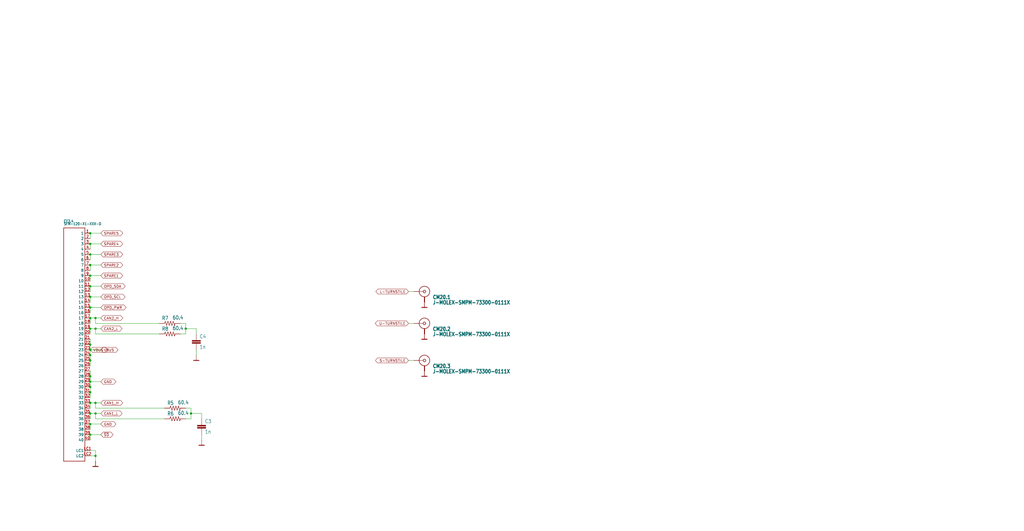
<source format=kicad_sch>
(kicad_sch (version 20211123) (generator eeschema)
  (paper "User" 490.22 254.406)
  (lib_symbols
    (symbol "oresat-backplane-2u-hasp-eagle-import:C-EU0603-C-NOSILK"
      (property "Reference" "C" (at 1.524 0.381 0))
      (property "Value" "C-EU0603-C-NOSILK" (at 1.524 -4.699 0))
      (symbol "C-EU0603-C-NOSILK_1_0"
        (rectangle (start -2.032 -2.032) (end 2.032 -1.524) (fill (type outline)))
        (rectangle (start -2.032 -1.016) (end 2.032 -0.508) (fill (type outline)))
        (polyline (pts (xy 0 -2.54) (xy 0 -2.032)) (stroke (width 0.1524)))
        (polyline (pts (xy 0 0) (xy 0 -0.508)) (stroke (width 0.1524)))
        (pin passive line (at 0 2.54 270) (length 2.54) (name "1") (number "1"))
        (pin passive line (at 0 -5.08 90) (length 2.54) (name "2") (number "2"))
      )
    )
    (symbol "oresat-backplane-2u-hasp-eagle-import:GND" (power)
      (symbol "GND_1_0"
        (polyline (pts (xy -1.27 -2.54) (xy 1.27 -2.54)) (stroke (width 0.4064)))
        (pin power_in line (at 0 0 270) (length 2.54) (name "GND") (number "1"))
      )
    )
    (symbol "oresat-backplane-2u-hasp-eagle-import:J-MOLEX-SMPM-73300-0111X"
      (property "Reference" "CM" (at 3.81 -3.81 0))
      (property "Value" "J-MOLEX-SMPM-73300-0111X" (at 3.81 -6.35 0))
      (symbol "J-MOLEX-SMPM-73300-0111X_1_0"
        (polyline (pts (xy -2.54 0) (xy -0.635 0)) (stroke (width 0.1524)))
        (circle (center 0 0) (radius 0.635) (stroke (width 0.254)))
        (circle (center 0 0) (radius 2.54) (stroke (width 0.254)))
        (pin passive line (at 0 -5.08 90) (length 2.54) (name "SHIELD1") (number "P$1"))
        (pin passive line (at 0 -5.08 90) (length 2.54) (name "SHIELD1") (number "P$2"))
        (pin passive line (at 0 -5.08 90) (length 2.54) (name "SHIELD1") (number "P$3"))
        (pin passive line (at 0 -5.08 90) (length 2.54) (name "SHIELD1") (number "P$4"))
        (pin passive line (at -5.08 0 0) (length 2.54) (name "RF") (number "RF-DOWN"))
      )
    )
    (symbol "oresat-backplane-2u-hasp-eagle-import:R-US_1206-C"
      (property "Reference" "R" (at -3.81 1.4986 0))
      (property "Value" "R-US_1206-C" (at -3.81 -3.302 0))
      (symbol "R-US_1206-C_1_0"
        (polyline (pts (xy -2.54 0) (xy -2.159 1.016)) (stroke (width 0.2032)))
        (polyline (pts (xy -2.159 1.016) (xy -1.524 -1.016)) (stroke (width 0.2032)))
        (polyline (pts (xy -1.524 -1.016) (xy -0.889 1.016)) (stroke (width 0.2032)))
        (polyline (pts (xy -0.889 1.016) (xy -0.254 -1.016)) (stroke (width 0.2032)))
        (polyline (pts (xy -0.254 -1.016) (xy 0.381 1.016)) (stroke (width 0.2032)))
        (polyline (pts (xy 0.381 1.016) (xy 1.016 -1.016)) (stroke (width 0.2032)))
        (polyline (pts (xy 1.016 -1.016) (xy 1.651 1.016)) (stroke (width 0.2032)))
        (polyline (pts (xy 1.651 1.016) (xy 2.286 -1.016)) (stroke (width 0.2032)))
        (polyline (pts (xy 2.286 -1.016) (xy 2.54 0)) (stroke (width 0.2032)))
        (pin passive line (at -5.08 0 0) (length 2.54) (name "1") (number "1"))
        (pin passive line (at 5.08 0 180) (length 2.54) (name "2") (number "2"))
      )
    )
    (symbol "oresat-backplane-2u-hasp-eagle-import:SFM-120-X1-XXX-D"
      (property "Reference" "J" (at -2.54 50.8 0))
      (property "Value" "SFM-120-X1-XXX-D" (at -2.54 49.53 0))
      (symbol "SFM-120-X1-XXX-D_1_0"
        (polyline (pts (xy -2.54 -63.5) (xy -2.54 48.26)) (stroke (width 0.254)))
        (polyline (pts (xy -2.54 48.26) (xy 7.62 48.26)) (stroke (width 0.254)))
        (polyline (pts (xy 7.62 -63.5) (xy -2.54 -63.5)) (stroke (width 0.254)))
        (polyline (pts (xy 7.62 48.26) (xy 7.62 -63.5)) (stroke (width 0.254)))
        (pin passive line (at 10.16 45.72 180) (length 2.54) (name "1") (number "1"))
        (pin passive line (at 10.16 22.86 180) (length 2.54) (name "10") (number "10"))
        (pin passive line (at 10.16 20.32 180) (length 2.54) (name "11") (number "11"))
        (pin passive line (at 10.16 17.78 180) (length 2.54) (name "12") (number "12"))
        (pin passive line (at 10.16 15.24 180) (length 2.54) (name "13") (number "13"))
        (pin passive line (at 10.16 12.7 180) (length 2.54) (name "14") (number "14"))
        (pin passive line (at 10.16 10.16 180) (length 2.54) (name "15") (number "15"))
        (pin passive line (at 10.16 7.62 180) (length 2.54) (name "16") (number "16"))
        (pin passive line (at 10.16 5.08 180) (length 2.54) (name "17") (number "17"))
        (pin passive line (at 10.16 2.54 180) (length 2.54) (name "18") (number "18"))
        (pin passive line (at 10.16 0 180) (length 2.54) (name "19") (number "19"))
        (pin passive line (at 10.16 43.18 180) (length 2.54) (name "2") (number "2"))
        (pin passive line (at 10.16 -2.54 180) (length 2.54) (name "20") (number "20"))
        (pin passive line (at 10.16 -5.08 180) (length 2.54) (name "21") (number "21"))
        (pin passive line (at 10.16 -7.62 180) (length 2.54) (name "22") (number "22"))
        (pin passive line (at 10.16 -10.16 180) (length 2.54) (name "23") (number "23"))
        (pin passive line (at 10.16 -12.7 180) (length 2.54) (name "24") (number "24"))
        (pin passive line (at 10.16 -15.24 180) (length 2.54) (name "25") (number "25"))
        (pin passive line (at 10.16 -17.78 180) (length 2.54) (name "26") (number "26"))
        (pin passive line (at 10.16 -20.32 180) (length 2.54) (name "27") (number "27"))
        (pin passive line (at 10.16 -22.86 180) (length 2.54) (name "28") (number "28"))
        (pin passive line (at 10.16 -25.4 180) (length 2.54) (name "29") (number "29"))
        (pin passive line (at 10.16 40.64 180) (length 2.54) (name "3") (number "3"))
        (pin passive line (at 10.16 -27.94 180) (length 2.54) (name "30") (number "30"))
        (pin passive line (at 10.16 -30.48 180) (length 2.54) (name "31") (number "31"))
        (pin passive line (at 10.16 -33.02 180) (length 2.54) (name "32") (number "32"))
        (pin passive line (at 10.16 -35.56 180) (length 2.54) (name "33") (number "33"))
        (pin passive line (at 10.16 -38.1 180) (length 2.54) (name "34") (number "34"))
        (pin passive line (at 10.16 -40.64 180) (length 2.54) (name "35") (number "35"))
        (pin passive line (at 10.16 -43.18 180) (length 2.54) (name "36") (number "36"))
        (pin passive line (at 10.16 -45.72 180) (length 2.54) (name "37") (number "37"))
        (pin passive line (at 10.16 -48.26 180) (length 2.54) (name "38") (number "38"))
        (pin passive line (at 10.16 -50.8 180) (length 2.54) (name "39") (number "39"))
        (pin passive line (at 10.16 38.1 180) (length 2.54) (name "4") (number "4"))
        (pin passive line (at 10.16 -53.34 180) (length 2.54) (name "40") (number "40"))
        (pin passive line (at 10.16 35.56 180) (length 2.54) (name "5") (number "5"))
        (pin passive line (at 10.16 33.02 180) (length 2.54) (name "6") (number "6"))
        (pin passive line (at 10.16 30.48 180) (length 2.54) (name "7") (number "7"))
        (pin passive line (at 10.16 27.94 180) (length 2.54) (name "8") (number "8"))
        (pin passive line (at 10.16 25.4 180) (length 2.54) (name "9") (number "9"))
        (pin passive line (at 10.16 -58.42 180) (length 2.54) (name "LC1") (number "LC1"))
        (pin passive line (at 10.16 -60.96 180) (length 2.54) (name "LC2") (number "LC2"))
      )
    )
  )
  (junction (at 43.18 203.2))
  (junction (at 43.18 147.32))
  (junction (at 43.18 157.48))
  (junction (at 43.18 185.42))
  (junction (at 45.72 157.48))
  (junction (at 43.18 180.34))
  (junction (at 91.44 198.12))
  (junction (at 43.18 165.1))
  (junction (at 45.72 193.04))
  (junction (at 45.72 198.12))
  (junction (at 43.18 208.28))
  (junction (at 45.72 218.44))
  (junction (at 43.18 152.4))
  (junction (at 43.18 167.64))
  (junction (at 43.18 198.12))
  (junction (at 43.18 187.96))
  (junction (at 43.18 142.24))
  (junction (at 43.18 170.18))
  (junction (at 43.18 172.72))
  (junction (at 43.18 182.88))
  (junction (at 88.9 157.48))
  (junction (at 43.18 193.04))
  (junction (at 43.18 127))
  (junction (at 43.18 111.76))
  (junction (at 43.18 137.16))
  (junction (at 45.72 152.4))
  (junction (at 43.18 121.92))
  (junction (at 43.18 132.08))
  (junction (at 43.18 116.84))
  (wire (pts (xy 43.18 187.96) (xy 43.18 190.5)))
  (wire (pts (xy 43.18 208.28) (xy 43.18 210.82)))
  (wire (pts (xy 43.18 170.18) (xy 43.18 167.64)))
  (wire (pts (xy 48.26 152.4) (xy 45.72 152.4)))
  (wire (pts (xy 43.18 185.42) (xy 43.18 187.96)))
  (wire (pts (xy 43.18 147.32) (xy 43.18 149.86)))
  (wire (pts (xy 45.72 160.02) (xy 76.2 160.02)))
  (wire (pts (xy 43.18 182.88) (xy 43.18 185.42)))
  (wire (pts (xy 88.9 195.58) (xy 91.44 195.58)))
  (wire (pts (xy 45.72 154.94) (xy 76.2 154.94)))
  (wire (pts (xy 45.72 200.66) (xy 45.72 198.12)))
  (wire (pts (xy 43.18 127) (xy 43.18 129.54)))
  (wire (pts (xy 96.52 200.66) (xy 96.52 198.12)))
  (wire (pts (xy 45.72 193.04) (xy 43.18 193.04)))
  (wire (pts (xy 43.18 167.64) (xy 43.18 165.1)))
  (wire (pts (xy 48.26 157.48) (xy 45.72 157.48)))
  (wire (pts (xy 91.44 195.58) (xy 91.44 198.12)))
  (wire (pts (xy 45.72 195.58) (xy 45.72 193.04)))
  (wire (pts (xy 43.18 218.44) (xy 45.72 218.44)))
  (wire (pts (xy 88.9 157.48) (xy 88.9 160.02)))
  (wire (pts (xy 96.52 208.28) (xy 96.52 210.82)))
  (wire (pts (xy 43.18 121.92) (xy 43.18 124.46)))
  (wire (pts (xy 45.72 154.94) (xy 45.72 152.4)))
  (wire (pts (xy 48.26 127) (xy 43.18 127)))
  (wire (pts (xy 43.18 157.48) (xy 43.18 160.02)))
  (wire (pts (xy 93.98 157.48) (xy 93.98 160.02)))
  (wire (pts (xy 93.98 167.64) (xy 93.98 170.18)))
  (wire (pts (xy 48.26 208.28) (xy 43.18 208.28)))
  (wire (pts (xy 48.26 203.2) (xy 43.18 203.2)))
  (wire (pts (xy 43.18 193.04) (xy 43.18 195.58)))
  (wire (pts (xy 88.9 154.94) (xy 88.9 157.48)))
  (wire (pts (xy 43.18 111.76) (xy 43.18 114.3)))
  (wire (pts (xy 198.12 139.7) (xy 195.58 139.7)))
  (wire (pts (xy 86.36 154.94) (xy 88.9 154.94)))
  (wire (pts (xy 48.26 132.08) (xy 43.18 132.08)))
  (wire (pts (xy 43.18 180.34) (xy 43.18 177.8)))
  (wire (pts (xy 43.18 172.72) (xy 43.18 170.18)))
  (wire (pts (xy 78.74 200.66) (xy 45.72 200.66)))
  (wire (pts (xy 198.12 172.72) (xy 195.58 172.72)))
  (wire (pts (xy 48.26 198.12) (xy 45.72 198.12)))
  (wire (pts (xy 88.9 157.48) (xy 93.98 157.48)))
  (wire (pts (xy 45.72 152.4) (xy 43.18 152.4)))
  (wire (pts (xy 43.18 111.76) (xy 48.26 111.76)))
  (wire (pts (xy 43.18 203.2) (xy 43.18 205.74)))
  (wire (pts (xy 198.12 154.94) (xy 195.58 154.94)))
  (wire (pts (xy 43.18 172.72) (xy 43.18 175.26)))
  (wire (pts (xy 45.72 218.44) (xy 45.72 220.98)))
  (wire (pts (xy 43.18 116.84) (xy 48.26 116.84)))
  (wire (pts (xy 48.26 137.16) (xy 43.18 137.16)))
  (wire (pts (xy 45.72 160.02) (xy 45.72 157.48)))
  (wire (pts (xy 48.26 182.88) (xy 43.18 182.88)))
  (wire (pts (xy 78.74 195.58) (xy 45.72 195.58)))
  (wire (pts (xy 43.18 142.24) (xy 43.18 144.78)))
  (wire (pts (xy 91.44 198.12) (xy 91.44 200.66)))
  (wire (pts (xy 43.18 137.16) (xy 43.18 139.7)))
  (wire (pts (xy 91.44 200.66) (xy 88.9 200.66)))
  (wire (pts (xy 43.18 165.1) (xy 43.18 162.56)))
  (wire (pts (xy 48.26 167.64) (xy 43.18 167.64)))
  (wire (pts (xy 43.18 152.4) (xy 43.18 154.94)))
  (wire (pts (xy 43.18 215.9) (xy 45.72 215.9)))
  (wire (pts (xy 45.72 215.9) (xy 45.72 218.44)))
  (wire (pts (xy 91.44 198.12) (xy 96.52 198.12)))
  (wire (pts (xy 48.26 147.32) (xy 43.18 147.32)))
  (wire (pts (xy 43.18 116.84) (xy 43.18 119.38)))
  (wire (pts (xy 43.18 182.88) (xy 43.18 180.34)))
  (wire (pts (xy 45.72 157.48) (xy 43.18 157.48)))
  (wire (pts (xy 43.18 132.08) (xy 43.18 134.62)))
  (wire (pts (xy 43.18 121.92) (xy 48.26 121.92)))
  (wire (pts (xy 43.18 198.12) (xy 43.18 200.66)))
  (wire (pts (xy 48.26 142.24) (xy 43.18 142.24)))
  (wire (pts (xy 45.72 198.12) (xy 43.18 198.12)))
  (wire (pts (xy 48.26 193.04) (xy 45.72 193.04)))
  (wire (pts (xy 88.9 160.02) (xy 86.36 160.02)))
  (global_label "SPARE3" (shape bidirectional) (at 48.26 121.92 0) (effects (font (size 1.2446 1.2446))) (property "Intersheet References" "${INTERSHEET_REFS}" (effects hide)))
  (global_label "SPARE5" (shape bidirectional) (at 48.26 111.76 0) (effects (font (size 1.2446 1.2446))) (property "Intersheet References" "${INTERSHEET_REFS}" (effects hide)))
  (global_label "OPD_SDA" (shape bidirectional) (at 48.26 137.16 0) (effects (font (size 1.2446 1.2446))) (property "Intersheet References" "${INTERSHEET_REFS}" (effects hide)))
  (global_label "VBUS" (shape bidirectional) (at 48.26 167.64 0) (effects (font (size 1.2446 1.2446))) (property "Intersheet References" "${INTERSHEET_REFS}" (effects hide)))
  (global_label "SPARE2" (shape bidirectional) (at 48.26 127 0) (effects (font (size 1.2446 1.2446))) (property "Intersheet References" "${INTERSHEET_REFS}" (effects hide)))
  (global_label "U-TURNSTILE" (shape bidirectional) (at 195.58 154.94 180) (effects (font (size 1.2446 1.2446))) (property "Intersheet References" "${INTERSHEET_REFS}" (effects hide)))
  (global_label "~{SD}" (shape bidirectional) (at 48.26 208.28 0) (effects (font (size 1.2446 1.2446))) (property "Intersheet References" "${INTERSHEET_REFS}" (effects hide)))
  (global_label "GND" (shape bidirectional) (at 48.26 182.88 0) (effects (font (size 1.2446 1.2446))) (property "Intersheet References" "${INTERSHEET_REFS}" (effects hide)))
  (global_label "OPD_SCL" (shape bidirectional) (at 48.26 142.24 0) (effects (font (size 1.2446 1.2446))) (property "Intersheet References" "${INTERSHEET_REFS}" (effects hide)))
  (global_label "OPD_PWR" (shape bidirectional) (at 48.26 147.32 0) (effects (font (size 1.2446 1.2446))) (property "Intersheet References" "${INTERSHEET_REFS}" (effects hide)))
  (global_label "CAN1_H" (shape bidirectional) (at 48.26 193.04 0) (effects (font (size 1.2446 1.2446))) (property "Intersheet References" "${INTERSHEET_REFS}" (effects hide)))
  (global_label "SPARE4" (shape bidirectional) (at 48.26 116.84 0) (effects (font (size 1.2446 1.2446))) (property "Intersheet References" "${INTERSHEET_REFS}" (effects hide)))
  (global_label "VBUS" (shape bidirectional) (at 43.18 167.64 0) (effects (font (size 1.2446 1.2446))) (property "Intersheet References" "${INTERSHEET_REFS}" (effects hide)))
  (global_label "CAN1_L" (shape bidirectional) (at 48.26 198.12 0) (effects (font (size 1.2446 1.2446))) (property "Intersheet References" "${INTERSHEET_REFS}" (effects hide)))
  (global_label "SPARE1" (shape bidirectional) (at 48.26 132.08 0) (effects (font (size 1.2446 1.2446))) (property "Intersheet References" "${INTERSHEET_REFS}" (effects hide)))
  (global_label "S-TURNSTILE" (shape bidirectional) (at 195.58 172.72 180) (effects (font (size 1.2446 1.2446))) (property "Intersheet References" "${INTERSHEET_REFS}" (effects hide)))
  (global_label "GND" (shape bidirectional) (at 48.26 203.2 0) (effects (font (size 1.2446 1.2446))) (property "Intersheet References" "${INTERSHEET_REFS}" (effects hide)))
  (global_label "CAN2_L" (shape bidirectional) (at 48.26 157.48 0) (effects (font (size 1.2446 1.2446))) (property "Intersheet References" "${INTERSHEET_REFS}" (effects hide)))
  (global_label "CAN2_H" (shape bidirectional) (at 48.26 152.4 0) (effects (font (size 1.2446 1.2446))) (property "Intersheet References" "${INTERSHEET_REFS}" (effects hide)))
  (global_label "L-TURNSTILE" (shape bidirectional) (at 195.58 139.7 180) (effects (font (size 1.2446 1.2446))) (property "Intersheet References" "${INTERSHEET_REFS}" (effects hide)))
  (symbol (lib_id "oresat-backplane-2u-hasp-eagle-import:GND") (at 45.72 220.98 0) (unit 1)
    (property "Reference" "#GND3" (effects hide))
    (property "Value" "GND" (effects hide))
    (property "Footprint" "oresat-backplane-2u-hasp:" (effects hide))
  )
  (symbol (lib_id "oresat-backplane-2u-hasp-eagle-import:GND") (at 203.2 144.78 0) (unit 1)
    (property "Reference" "#GND6" (effects hide))
    (property "Value" "GND" (effects hide))
    (property "Footprint" "oresat-backplane-2u-hasp:" (effects hide))
  )
  (symbol (lib_id "oresat-backplane-2u-hasp-eagle-import:GND") (at 203.2 177.8 0) (unit 1)
    (property "Reference" "#GND1" (effects hide))
    (property "Value" "GND" (effects hide))
    (property "Footprint" "oresat-backplane-2u-hasp:" (effects hide))
  )
  (symbol (lib_id "oresat-backplane-2u-hasp-eagle-import:R-US_1206-C") (at 83.82 195.58 0) (unit 1)
    (property "Reference" "R5" (at 80.01 194.0814 0) (effects (font (size 1.778 1.5113)) (justify left bottom)))
    (property "Value" "60.4" (at 85.09 193.802 0) (effects (font (size 1.778 1.5113)) (justify left bottom)))
    (property "Footprint" "oresat-backplane-2u-hasp:1206-C" (effects hide))
  )
  (symbol (lib_id "oresat-backplane-2u-hasp-eagle-import:R-US_1206-C") (at 81.28 154.94 0) (unit 1)
    (property "Reference" "R7" (at 77.47 153.4414 0) (effects (font (size 1.778 1.5113)) (justify left bottom)))
    (property "Value" "60.4" (at 82.55 153.162 0) (effects (font (size 1.778 1.5113)) (justify left bottom)))
    (property "Footprint" "oresat-backplane-2u-hasp:1206-C" (effects hide))
  )
  (symbol (lib_id "oresat-backplane-2u-hasp-eagle-import:GND") (at 203.2 160.02 0) (unit 1)
    (property "Reference" "#GND5" (effects hide))
    (property "Value" "GND" (effects hide))
    (property "Footprint" "oresat-backplane-2u-hasp:" (effects hide))
  )
  (symbol (lib_id "oresat-backplane-2u-hasp-eagle-import:C-EU0603-C-NOSILK") (at 96.52 203.2 0) (unit 1)
    (property "Reference" "C3" (at 98.044 202.819 0) (effects (font (size 1.778 1.5113)) (justify left bottom)))
    (property "Value" "1n" (at 98.044 207.899 0) (effects (font (size 1.778 1.5113)) (justify left bottom)))
    (property "Footprint" "oresat-backplane-2u-hasp:.0603-C-NOSILK" (effects hide))
  )
  (symbol (lib_id "oresat-backplane-2u-hasp-eagle-import:GND") (at 93.98 170.18 0) (unit 1)
    (property "Reference" "#GND18" (effects hide))
    (property "Value" "GND" (effects hide))
    (property "Footprint" "oresat-backplane-2u-hasp:" (effects hide))
  )
  (symbol (lib_id "oresat-backplane-2u-hasp-eagle-import:J-MOLEX-SMPM-73300-0111X") (at 203.2 154.94 0) (unit 1)
    (property "Reference" "CM20.2" (at 207.01 158.75 0) (effects (font (size 1.778 1.5113) bold) (justify left bottom)))
    (property "Value" "J-MOLEX-SMPM-73300-0111X" (at 207.01 161.29 0) (effects (font (size 1.778 1.5113) bold) (justify left bottom)))
    (property "Footprint" "oresat-backplane-2u-hasp:J-MOLEX-SMPM-73300-0111X" (effects hide))
  )
  (symbol (lib_id "oresat-backplane-2u-hasp-eagle-import:J-MOLEX-SMPM-73300-0111X") (at 203.2 139.7 0) (unit 1)
    (property "Reference" "CM20.1" (at 207.01 143.51 0) (effects (font (size 1.778 1.5113) bold) (justify left bottom)))
    (property "Value" "J-MOLEX-SMPM-73300-0111X" (at 207.01 146.05 0) (effects (font (size 1.778 1.5113) bold) (justify left bottom)))
    (property "Footprint" "oresat-backplane-2u-hasp:J-MOLEX-SMPM-73300-0111X" (effects hide))
  )
  (symbol (lib_id "oresat-backplane-2u-hasp-eagle-import:C-EU0603-C-NOSILK") (at 93.98 162.56 0) (unit 1)
    (property "Reference" "C4" (at 95.504 162.179 0) (effects (font (size 1.778 1.5113)) (justify left bottom)))
    (property "Value" "1n" (at 95.504 167.259 0) (effects (font (size 1.778 1.5113)) (justify left bottom)))
    (property "Footprint" "oresat-backplane-2u-hasp:.0603-C-NOSILK" (effects hide))
  )
  (symbol (lib_id "oresat-backplane-2u-hasp-eagle-import:R-US_1206-C") (at 81.28 160.02 0) (unit 1)
    (property "Reference" "R8" (at 77.47 158.5214 0) (effects (font (size 1.778 1.5113)) (justify left bottom)))
    (property "Value" "60.4" (at 82.55 158.242 0) (effects (font (size 1.778 1.5113)) (justify left bottom)))
    (property "Footprint" "oresat-backplane-2u-hasp:1206-C" (effects hide))
  )
  (symbol (lib_id "oresat-backplane-2u-hasp-eagle-import:SFM-120-X1-XXX-D") (at 33.02 157.48 0) (unit 1)
    (property "Reference" "CF2.4" (at 30.48 106.68 0) (effects (font (size 1.27 1.0795)) (justify left bottom)))
    (property "Value" "SFM-120-X1-XXX-D" (at 30.48 107.95 0) (effects (font (size 1.27 1.0795)) (justify left bottom)))
    (property "Footprint" "oresat-backplane-2u-hasp:SFM-120-X1-XXX-D" (effects hide))
  )
  (symbol (lib_id "oresat-backplane-2u-hasp-eagle-import:J-MOLEX-SMPM-73300-0111X") (at 203.2 172.72 0) (unit 1)
    (property "Reference" "CM20.3" (at 207.01 176.53 0) (effects (font (size 1.778 1.5113) bold) (justify left bottom)))
    (property "Value" "J-MOLEX-SMPM-73300-0111X" (at 207.01 179.07 0) (effects (font (size 1.778 1.5113) bold) (justify left bottom)))
    (property "Footprint" "oresat-backplane-2u-hasp:J-MOLEX-SMPM-73300-0111X" (effects hide))
  )
  (symbol (lib_id "oresat-backplane-2u-hasp-eagle-import:R-US_1206-C") (at 83.82 200.66 0) (unit 1)
    (property "Reference" "R6" (at 80.01 199.1614 0) (effects (font (size 1.778 1.5113)) (justify left bottom)))
    (property "Value" "60.4" (at 85.09 198.882 0) (effects (font (size 1.778 1.5113)) (justify left bottom)))
    (property "Footprint" "oresat-backplane-2u-hasp:1206-C" (effects hide))
  )
  (symbol (lib_id "oresat-backplane-2u-hasp-eagle-import:GND") (at 96.52 210.82 0) (unit 1)
    (property "Reference" "#GND20" (effects hide))
    (property "Value" "GND" (effects hide))
    (property "Footprint" "oresat-backplane-2u-hasp:" (effects hide))
  )
)
</source>
